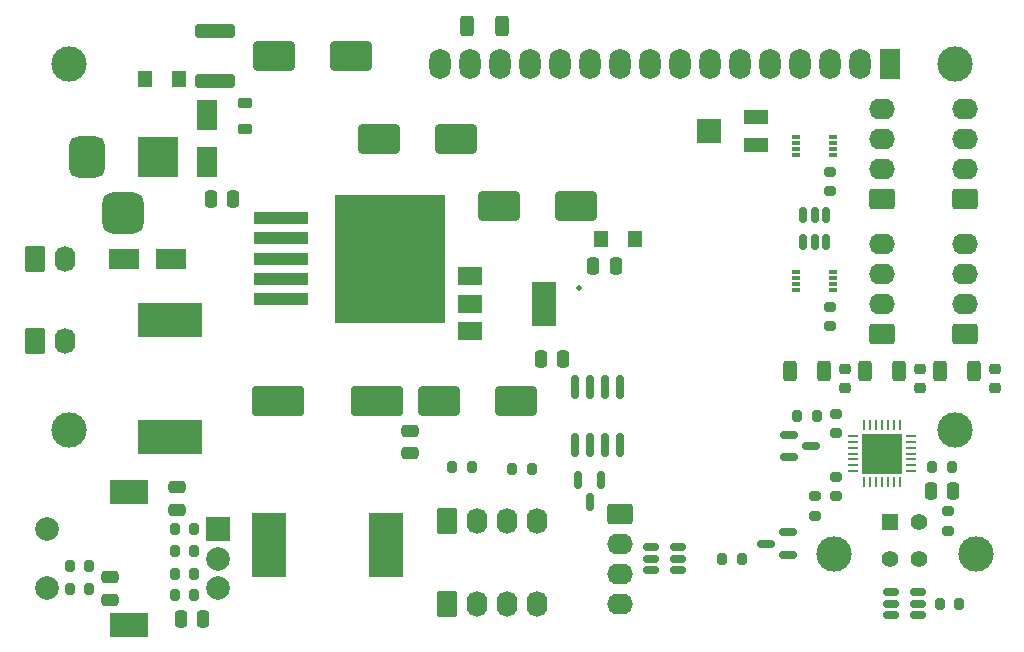
<source format=gbr>
%TF.GenerationSoftware,KiCad,Pcbnew,6.0.11+dfsg-1*%
%TF.CreationDate,2023-11-04T21:56:29+01:00*%
%TF.ProjectId,main_board,6d61696e-5f62-46f6-9172-642e6b696361,rev?*%
%TF.SameCoordinates,PX63add28PY3f58108*%
%TF.FileFunction,Soldermask,Top*%
%TF.FilePolarity,Negative*%
%FSLAX46Y46*%
G04 Gerber Fmt 4.6, Leading zero omitted, Abs format (unit mm)*
G04 Created by KiCad (PCBNEW 6.0.11+dfsg-1) date 2023-11-04 21:56:29*
%MOMM*%
%LPD*%
G01*
G04 APERTURE LIST*
G04 Aperture macros list*
%AMRoundRect*
0 Rectangle with rounded corners*
0 $1 Rounding radius*
0 $2 $3 $4 $5 $6 $7 $8 $9 X,Y pos of 4 corners*
0 Add a 4 corners polygon primitive as box body*
4,1,4,$2,$3,$4,$5,$6,$7,$8,$9,$2,$3,0*
0 Add four circle primitives for the rounded corners*
1,1,$1+$1,$2,$3*
1,1,$1+$1,$4,$5*
1,1,$1+$1,$6,$7*
1,1,$1+$1,$8,$9*
0 Add four rect primitives between the rounded corners*
20,1,$1+$1,$2,$3,$4,$5,0*
20,1,$1+$1,$4,$5,$6,$7,0*
20,1,$1+$1,$6,$7,$8,$9,0*
20,1,$1+$1,$8,$9,$2,$3,0*%
G04 Aperture macros list end*
%ADD10RoundRect,0.150000X-0.512500X-0.150000X0.512500X-0.150000X0.512500X0.150000X-0.512500X0.150000X0*%
%ADD11RoundRect,0.200000X-0.200000X-0.275000X0.200000X-0.275000X0.200000X0.275000X-0.200000X0.275000X0*%
%ADD12R,1.300000X1.400000*%
%ADD13RoundRect,0.250000X0.475000X-0.250000X0.475000X0.250000X-0.475000X0.250000X-0.475000X-0.250000X0*%
%ADD14RoundRect,0.250000X-0.312500X-0.625000X0.312500X-0.625000X0.312500X0.625000X-0.312500X0.625000X0*%
%ADD15RoundRect,0.250000X-0.250000X-0.475000X0.250000X-0.475000X0.250000X0.475000X-0.250000X0.475000X0*%
%ADD16RoundRect,0.250000X0.845000X-0.620000X0.845000X0.620000X-0.845000X0.620000X-0.845000X-0.620000X0*%
%ADD17O,2.190000X1.740000*%
%ADD18RoundRect,0.250000X-0.620000X-0.845000X0.620000X-0.845000X0.620000X0.845000X-0.620000X0.845000X0*%
%ADD19O,1.740000X2.190000*%
%ADD20RoundRect,0.250000X1.500000X1.000000X-1.500000X1.000000X-1.500000X-1.000000X1.500000X-1.000000X0*%
%ADD21R,2.500000X1.800000*%
%ADD22RoundRect,0.200000X0.200000X0.275000X-0.200000X0.275000X-0.200000X-0.275000X0.200000X-0.275000X0*%
%ADD23RoundRect,0.250000X-0.475000X0.250000X-0.475000X-0.250000X0.475000X-0.250000X0.475000X0.250000X0*%
%ADD24RoundRect,0.150000X0.512500X0.150000X-0.512500X0.150000X-0.512500X-0.150000X0.512500X-0.150000X0*%
%ADD25RoundRect,0.200000X0.275000X-0.200000X0.275000X0.200000X-0.275000X0.200000X-0.275000X-0.200000X0*%
%ADD26RoundRect,0.250000X-1.950000X-1.000000X1.950000X-1.000000X1.950000X1.000000X-1.950000X1.000000X0*%
%ADD27RoundRect,0.150000X-0.587500X-0.150000X0.587500X-0.150000X0.587500X0.150000X-0.587500X0.150000X0*%
%ADD28RoundRect,0.218750X0.256250X-0.218750X0.256250X0.218750X-0.256250X0.218750X-0.256250X-0.218750X0*%
%ADD29R,5.400000X2.900000*%
%ADD30RoundRect,0.150000X-0.150000X0.825000X-0.150000X-0.825000X0.150000X-0.825000X0.150000X0.825000X0*%
%ADD31RoundRect,0.218750X-0.381250X0.218750X-0.381250X-0.218750X0.381250X-0.218750X0.381250X0.218750X0*%
%ADD32R,2.000000X1.500000*%
%ADD33R,2.000000X3.800000*%
%ADD34R,1.800000X2.500000*%
%ADD35RoundRect,0.150000X-0.150000X0.587500X-0.150000X-0.587500X0.150000X-0.587500X0.150000X0.587500X0*%
%ADD36RoundRect,0.062500X0.062500X-0.337500X0.062500X0.337500X-0.062500X0.337500X-0.062500X-0.337500X0*%
%ADD37RoundRect,0.062500X0.337500X-0.062500X0.337500X0.062500X-0.337500X0.062500X-0.337500X-0.062500X0*%
%ADD38R,3.350000X3.350000*%
%ADD39RoundRect,0.200000X-0.275000X0.200000X-0.275000X-0.200000X0.275000X-0.200000X0.275000X0.200000X0*%
%ADD40R,2.000000X1.300000*%
%ADD41R,2.000000X2.000000*%
%ADD42RoundRect,0.250000X1.450000X-0.312500X1.450000X0.312500X-1.450000X0.312500X-1.450000X-0.312500X0*%
%ADD43R,4.600000X1.100000*%
%ADD44R,9.400000X10.800000*%
%ADD45RoundRect,0.250000X0.250000X0.475000X-0.250000X0.475000X-0.250000X-0.475000X0.250000X-0.475000X0*%
%ADD46R,0.800000X0.300000*%
%ADD47RoundRect,0.150000X-0.150000X0.512500X-0.150000X-0.512500X0.150000X-0.512500X0.150000X0.512500X0*%
%ADD48RoundRect,0.150000X0.587500X0.150000X-0.587500X0.150000X-0.587500X-0.150000X0.587500X-0.150000X0*%
%ADD49RoundRect,0.250000X-1.500000X-1.000000X1.500000X-1.000000X1.500000X1.000000X-1.500000X1.000000X0*%
%ADD50R,3.500000X3.500000*%
%ADD51RoundRect,0.750000X-0.750000X-1.000000X0.750000X-1.000000X0.750000X1.000000X-0.750000X1.000000X0*%
%ADD52RoundRect,0.875000X-0.875000X-0.875000X0.875000X-0.875000X0.875000X0.875000X-0.875000X0.875000X0*%
%ADD53R,2.900000X5.400000*%
%ADD54RoundRect,0.250000X-0.845000X0.620000X-0.845000X-0.620000X0.845000X-0.620000X0.845000X0.620000X0*%
%ADD55C,2.000000*%
%ADD56R,3.200000X2.000000*%
%ADD57R,1.400000X1.400000*%
%ADD58C,1.400000*%
%ADD59C,3.000000*%
%ADD60C,0.475000*%
%ADD61R,1.800000X2.600000*%
%ADD62O,1.800000X2.600000*%
G04 APERTURE END LIST*
D10*
%TO.C,U301*%
X72522500Y-49850000D03*
X72522500Y-50800000D03*
X72522500Y-51750000D03*
X74797500Y-51750000D03*
X74797500Y-50800000D03*
X74797500Y-49850000D03*
%TD*%
D11*
%TO.C,R305*%
X58230000Y-46990000D03*
X59880000Y-46990000D03*
%TD*%
D12*
%TO.C,D202*%
X12245000Y-6350000D03*
X9345000Y-6350000D03*
%TD*%
D13*
%TO.C,C12*%
X12065000Y-42860000D03*
X12065000Y-40960000D03*
%TD*%
D14*
%TO.C,R201*%
X63942500Y-31115000D03*
X66867500Y-31115000D03*
%TD*%
D15*
%TO.C,C206*%
X47310000Y-22225000D03*
X49210000Y-22225000D03*
%TD*%
D16*
%TO.C,J9*%
X71775000Y-16510000D03*
D17*
X71775000Y-13970000D03*
X71775000Y-11430000D03*
X71775000Y-8890000D03*
%TD*%
D18*
%TO.C,J3*%
X0Y-21610000D03*
D19*
X2540000Y-21610000D03*
%TD*%
D20*
%TO.C,C1*%
X40715000Y-33655000D03*
X34215000Y-33655000D03*
%TD*%
D16*
%TO.C,J10*%
X78760000Y-16510000D03*
D17*
X78760000Y-13970000D03*
X78760000Y-11430000D03*
X78760000Y-8890000D03*
%TD*%
D21*
%TO.C,D203*%
X11525000Y-21590000D03*
X7525000Y-21590000D03*
%TD*%
D14*
%TO.C,R4*%
X76642500Y-31115000D03*
X79567500Y-31115000D03*
%TD*%
D22*
%TO.C,R306*%
X78295000Y-50800000D03*
X76645000Y-50800000D03*
%TD*%
D23*
%TO.C,C14*%
X6350000Y-48580000D03*
X6350000Y-50480000D03*
%TD*%
D24*
%TO.C,U9*%
X54477500Y-47940000D03*
X54477500Y-46990000D03*
X54477500Y-46040000D03*
X52202500Y-46040000D03*
X52202500Y-46990000D03*
X52202500Y-47940000D03*
%TD*%
D18*
%TO.C,J13*%
X34925000Y-50820000D03*
D19*
X37465000Y-50820000D03*
X40005000Y-50820000D03*
X42545000Y-50820000D03*
%TD*%
D16*
%TO.C,J8*%
X71775000Y-27940000D03*
D17*
X71775000Y-25400000D03*
X71775000Y-22860000D03*
X71775000Y-20320000D03*
%TD*%
D22*
%TO.C,R10*%
X13525000Y-50052500D03*
X11875000Y-50052500D03*
%TD*%
D18*
%TO.C,J4*%
X0Y-28595000D03*
D19*
X2540000Y-28595000D03*
%TD*%
D20*
%TO.C,C205*%
X45795000Y-17145000D03*
X39295000Y-17145000D03*
%TD*%
D25*
%TO.C,R5*%
X67310000Y-27305000D03*
X67310000Y-25655000D03*
%TD*%
%TO.C,R307*%
X67832500Y-36385000D03*
X67832500Y-34735000D03*
%TD*%
D11*
%TO.C,R12*%
X11875000Y-46355000D03*
X13525000Y-46355000D03*
%TD*%
D26*
%TO.C,C204*%
X20565000Y-33655000D03*
X28965000Y-33655000D03*
%TD*%
D27*
%TO.C,Q301*%
X63832500Y-36515000D03*
X63832500Y-38415000D03*
X65707500Y-37465000D03*
%TD*%
D11*
%TO.C,R3*%
X40450000Y-39370000D03*
X42100000Y-39370000D03*
%TD*%
D12*
%TO.C,D206*%
X47953000Y-19939000D03*
X50853000Y-19939000D03*
%TD*%
D28*
%TO.C,D4*%
X81280000Y-32537500D03*
X81280000Y-30962500D03*
%TD*%
D29*
%TO.C,L201*%
X11430000Y-26800000D03*
X11430000Y-36700000D03*
%TD*%
D18*
%TO.C,J14*%
X34925000Y-43835000D03*
D19*
X37465000Y-43835000D03*
X40005000Y-43835000D03*
X42545000Y-43835000D03*
%TD*%
D30*
%TO.C,U8*%
X49530000Y-32450000D03*
X48260000Y-32450000D03*
X46990000Y-32450000D03*
X45720000Y-32450000D03*
X45720000Y-37400000D03*
X46990000Y-37400000D03*
X48260000Y-37400000D03*
X49530000Y-37400000D03*
%TD*%
D31*
%TO.C,FB201*%
X17780000Y-8462500D03*
X17780000Y-10587500D03*
%TD*%
D15*
%TO.C,C4*%
X42865000Y-30099000D03*
X44765000Y-30099000D03*
%TD*%
D32*
%TO.C,U202*%
X36855000Y-23100000D03*
X36855000Y-25400000D03*
D33*
X43155000Y-25400000D03*
D32*
X36855000Y-27700000D03*
%TD*%
D11*
%TO.C,R13*%
X2985000Y-47625000D03*
X4635000Y-47625000D03*
%TD*%
%TO.C,R2*%
X35370000Y-39257500D03*
X37020000Y-39257500D03*
%TD*%
D34*
%TO.C,D201*%
X14605000Y-9430000D03*
X14605000Y-13430000D03*
%TD*%
D15*
%TO.C,C301*%
X75885000Y-41275000D03*
X77785000Y-41275000D03*
%TD*%
D35*
%TO.C,D8*%
X47940000Y-40337500D03*
X46040000Y-40337500D03*
X46990000Y-42212500D03*
%TD*%
D15*
%TO.C,C13*%
X12385000Y-52070000D03*
X14285000Y-52070000D03*
%TD*%
D36*
%TO.C,U302*%
X70255000Y-40550000D03*
X70755000Y-40550000D03*
X71255000Y-40550000D03*
X71755000Y-40550000D03*
X72255000Y-40550000D03*
X72755000Y-40550000D03*
X73255000Y-40550000D03*
D37*
X74205000Y-39600000D03*
X74205000Y-39100000D03*
X74205000Y-38600000D03*
X74205000Y-38100000D03*
X74205000Y-37600000D03*
X74205000Y-37100000D03*
X74205000Y-36600000D03*
D36*
X73255000Y-35650000D03*
X72755000Y-35650000D03*
X72255000Y-35650000D03*
X71755000Y-35650000D03*
X71255000Y-35650000D03*
X70755000Y-35650000D03*
X70255000Y-35650000D03*
D37*
X69305000Y-36600000D03*
X69305000Y-37100000D03*
X69305000Y-37600000D03*
X69305000Y-38100000D03*
X69305000Y-38600000D03*
X69305000Y-39100000D03*
X69305000Y-39600000D03*
D38*
X71755000Y-38100000D03*
%TD*%
D14*
%TO.C,R202*%
X70292500Y-31115000D03*
X73217500Y-31115000D03*
%TD*%
D11*
%TO.C,R301*%
X76010000Y-39257500D03*
X77660000Y-39257500D03*
%TD*%
D39*
%TO.C,R308*%
X67832500Y-40052258D03*
X67832500Y-41702258D03*
%TD*%
D22*
%TO.C,R11*%
X13525000Y-48260000D03*
X11875000Y-48260000D03*
%TD*%
D28*
%TO.C,D205*%
X74930000Y-32537500D03*
X74930000Y-30962500D03*
%TD*%
D40*
%TO.C,RV1*%
X61055000Y-11945000D03*
D41*
X57055000Y-10795000D03*
D40*
X61055000Y-9645000D03*
%TD*%
D42*
%TO.C,F201*%
X15240000Y-6582500D03*
X15240000Y-2307500D03*
%TD*%
D43*
%TO.C,U201*%
X20895000Y-18190000D03*
X20895000Y-19890000D03*
X20895000Y-21590000D03*
D44*
X30045000Y-21590000D03*
D43*
X20895000Y-23290000D03*
X20895000Y-24990000D03*
%TD*%
D45*
%TO.C,C203*%
X16825000Y-16510000D03*
X14925000Y-16510000D03*
%TD*%
D46*
%TO.C,U5*%
X64490000Y-11315000D03*
X64490000Y-11815000D03*
X64490000Y-12315000D03*
X64490000Y-12815000D03*
X67590000Y-12815000D03*
X67590000Y-12315000D03*
X67590000Y-11815000D03*
X67590000Y-11315000D03*
%TD*%
D25*
%TO.C,R6*%
X67310000Y-15875000D03*
X67310000Y-14225000D03*
%TD*%
D13*
%TO.C,C2*%
X31750000Y-38095000D03*
X31750000Y-36195000D03*
%TD*%
D47*
%TO.C,U11*%
X66990000Y-17912500D03*
X66040000Y-17912500D03*
X65090000Y-17912500D03*
X65090000Y-20187500D03*
X66040000Y-20187500D03*
X66990000Y-20187500D03*
%TD*%
D11*
%TO.C,R9*%
X11875000Y-44450000D03*
X13525000Y-44450000D03*
%TD*%
D46*
%TO.C,U4*%
X64490000Y-22745000D03*
X64490000Y-23245000D03*
X64490000Y-23745000D03*
X64490000Y-24245000D03*
X67590000Y-24245000D03*
X67590000Y-23745000D03*
X67590000Y-23245000D03*
X67590000Y-22745000D03*
%TD*%
D39*
%TO.C,R304*%
X66040000Y-41720000D03*
X66040000Y-43370000D03*
%TD*%
D48*
%TO.C,Q302*%
X63802500Y-46670000D03*
X63802500Y-44770000D03*
X61927500Y-45720000D03*
%TD*%
D25*
%TO.C,R302*%
X77357500Y-44640000D03*
X77357500Y-42990000D03*
%TD*%
D49*
%TO.C,C201*%
X20245000Y-4445000D03*
X26745000Y-4445000D03*
%TD*%
D22*
%TO.C,R303*%
X66230000Y-34925000D03*
X64580000Y-34925000D03*
%TD*%
D16*
%TO.C,J7*%
X78740000Y-27940000D03*
D17*
X78740000Y-25400000D03*
X78740000Y-22860000D03*
X78740000Y-20320000D03*
%TD*%
D49*
%TO.C,C202*%
X29135000Y-11430000D03*
X35635000Y-11430000D03*
%TD*%
D50*
%TO.C,J1*%
X10445000Y-13012500D03*
D51*
X4445000Y-13012500D03*
D52*
X7445000Y-17712500D03*
%TD*%
D14*
%TO.C,R1*%
X36637500Y-1905000D03*
X39562500Y-1905000D03*
%TD*%
D11*
%TO.C,R14*%
X2985000Y-49530000D03*
X4635000Y-49530000D03*
%TD*%
D28*
%TO.C,D204*%
X68580000Y-32537500D03*
X68580000Y-30962500D03*
%TD*%
D53*
%TO.C,L1*%
X19815000Y-45847000D03*
X29715000Y-45847000D03*
%TD*%
D54*
%TO.C,J2*%
X49550000Y-43180000D03*
D17*
X49550000Y-45720000D03*
X49550000Y-48260000D03*
X49550000Y-50800000D03*
%TD*%
D41*
%TO.C,SW3*%
X15505000Y-44490000D03*
D55*
X15505000Y-49490000D03*
X15505000Y-46990000D03*
D56*
X8005000Y-52590000D03*
X8005000Y-41390000D03*
D55*
X1005000Y-49490000D03*
X1005000Y-44490000D03*
%TD*%
D57*
%TO.C,J301*%
X72410000Y-43872500D03*
D58*
X74910000Y-43872500D03*
X74910000Y-47072500D03*
X72410000Y-47072500D03*
D59*
X67640000Y-46582500D03*
X79680000Y-46582500D03*
%TD*%
D60*
%TO.C,U3*%
X46060000Y-24055000D03*
%TD*%
D59*
%TO.C,U7*%
X2890520Y-36080700D03*
X2890000Y-5080000D03*
X77889100Y-36080700D03*
X77889100Y-5080000D03*
D61*
X72390000Y-5080000D03*
D62*
X69850000Y-5080000D03*
X67310000Y-5080000D03*
X64770000Y-5080000D03*
X62230000Y-5080000D03*
X59690000Y-5080000D03*
X57150000Y-5080000D03*
X54610000Y-5080000D03*
X52070000Y-5080000D03*
X49530000Y-5080000D03*
X46990000Y-5080000D03*
X44450000Y-5080000D03*
X41910000Y-5080000D03*
X39370000Y-5080000D03*
X36830000Y-5080000D03*
X34290000Y-5080000D03*
%TD*%
M02*

</source>
